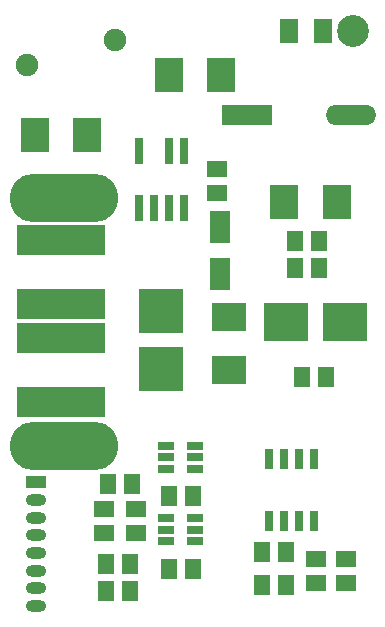
<source format=gts>
G04 Layer_Color=8388736*
%FSLAX44Y44*%
%MOMM*%
G71*
G01*
G75*
%ADD50O,4.2672X1.7032*%
%ADD51R,4.2672X1.7032*%
%ADD52R,7.5532X2.6032*%
%ADD53R,1.8034X1.4732*%
%ADD54R,0.8032X2.2032*%
%ADD55R,1.7032X2.7032*%
%ADD56R,3.7032X3.7032*%
%ADD57R,3.7032X3.2032*%
%ADD58R,2.3622X2.9462*%
%ADD59R,1.4732X1.8034*%
%ADD60R,2.9462X2.3622*%
%ADD61R,1.5032X2.0532*%
%ADD62R,0.7112X1.7272*%
%ADD63R,1.4032X0.8032*%
%ADD64O,9.2032X4.1032*%
%ADD65R,1.7032X1.0032*%
%ADD66O,1.7032X1.0032*%
%ADD67C,2.7032*%
%ADD68C,1.9032*%
D50*
X280180Y-86000D02*
D03*
D51*
X192550D02*
D03*
D52*
X35008Y-329329D02*
D03*
Y-274829D02*
D03*
Y-191829D02*
D03*
Y-246329D02*
D03*
D53*
X276008Y-482399D02*
D03*
Y-462079D02*
D03*
X166648Y-132179D02*
D03*
Y-152499D02*
D03*
X71008Y-419919D02*
D03*
Y-440239D02*
D03*
X98008Y-440239D02*
D03*
Y-419919D02*
D03*
X251008Y-482079D02*
D03*
Y-461759D02*
D03*
D54*
X138708Y-116199D02*
D03*
X126008D02*
D03*
X100608D02*
D03*
X138708Y-165199D02*
D03*
X126008D02*
D03*
X113308D02*
D03*
X100608D02*
D03*
D55*
X169188Y-220759D02*
D03*
Y-180759D02*
D03*
D56*
X119388Y-301419D02*
D03*
Y-252419D02*
D03*
D57*
X225468Y-261719D02*
D03*
X275468D02*
D03*
D58*
X126000Y-52000D02*
D03*
X170200D02*
D03*
X223908Y-160079D02*
D03*
X268108D02*
D03*
X57000Y-103000D02*
D03*
X12800D02*
D03*
D59*
X238848Y-308079D02*
D03*
X259168D02*
D03*
X253008Y-193139D02*
D03*
X232688D02*
D03*
X232688Y-215999D02*
D03*
X253008D02*
D03*
X146168Y-470079D02*
D03*
X125848D02*
D03*
X74848Y-398079D02*
D03*
X95168D02*
D03*
X146328Y-409039D02*
D03*
X126008D02*
D03*
X93168Y-489079D02*
D03*
X72848D02*
D03*
X225168Y-456079D02*
D03*
X204848D02*
D03*
X93168Y-466079D02*
D03*
X72848D02*
D03*
X225168Y-484079D02*
D03*
X204848D02*
D03*
D60*
X176808Y-257399D02*
D03*
Y-301599D02*
D03*
D61*
X256508Y-15079D02*
D03*
X227508D02*
D03*
D62*
X211258Y-377624D02*
D03*
X223958D02*
D03*
X236658D02*
D03*
X249358D02*
D03*
Y-429694D02*
D03*
X236658D02*
D03*
X223958D02*
D03*
X211258D02*
D03*
D63*
X148508Y-446579D02*
D03*
Y-437079D02*
D03*
Y-427579D02*
D03*
X123508D02*
D03*
Y-437079D02*
D03*
Y-446579D02*
D03*
X123668Y-385519D02*
D03*
Y-376019D02*
D03*
Y-366519D02*
D03*
X148668D02*
D03*
Y-376019D02*
D03*
Y-385519D02*
D03*
D64*
X36960Y-365906D02*
D03*
X37008Y-156079D02*
D03*
D65*
X13958Y-396909D02*
D03*
D66*
Y-411909D02*
D03*
Y-426909D02*
D03*
Y-441909D02*
D03*
Y-456909D02*
D03*
Y-471909D02*
D03*
Y-486909D02*
D03*
Y-501909D02*
D03*
D67*
X282008Y-15079D02*
D03*
D68*
X5900Y-44160D02*
D03*
X80900Y-22160D02*
D03*
M02*

</source>
